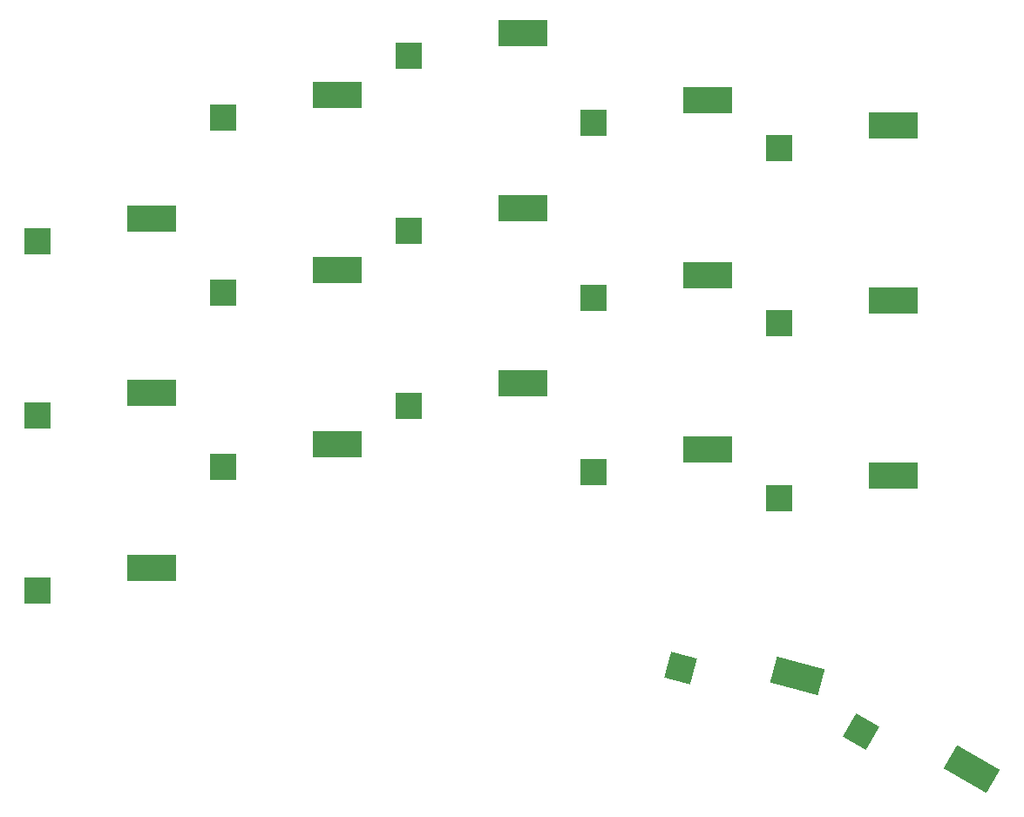
<source format=gtp>
G04 #@! TF.GenerationSoftware,KiCad,Pcbnew,7.0.2-0*
G04 #@! TF.CreationDate,2023-07-28T20:14:38+02:00*
G04 #@! TF.ProjectId,arkenswoop,61726b65-6e73-4776-9f6f-702e6b696361,0.6.1*
G04 #@! TF.SameCoordinates,Original*
G04 #@! TF.FileFunction,Paste,Top*
G04 #@! TF.FilePolarity,Positive*
%FSLAX46Y46*%
G04 Gerber Fmt 4.6, Leading zero omitted, Abs format (unit mm)*
G04 Created by KiCad (PCBNEW 7.0.2-0) date 2023-07-28 20:14:38*
%MOMM*%
%LPD*%
G01*
G04 APERTURE LIST*
G04 Aperture macros list*
%AMRotRect*
0 Rectangle, with rotation*
0 The origin of the aperture is its center*
0 $1 length*
0 $2 width*
0 $3 Rotation angle, in degrees counterclockwise*
0 Add horizontal line*
21,1,$1,$2,0,0,$3*%
G04 Aperture macros list end*
%ADD10R,4.800000X2.600000*%
%ADD11R,2.600000X2.600000*%
%ADD12RotRect,2.600000X4.800000X60.000000*%
%ADD13RotRect,2.600000X2.600000X60.000000*%
%ADD14RotRect,2.600000X4.800000X75.000000*%
%ADD15RotRect,2.600000X2.600000X75.000000*%
G04 APERTURE END LIST*
D10*
X114629546Y-106939471D03*
D11*
X103529546Y-109139471D03*
D12*
X158225098Y-144522386D03*
D13*
X147512216Y-140877642D03*
D10*
X78629542Y-124939972D03*
D11*
X67529542Y-127139972D03*
D10*
X132628544Y-96439470D03*
D11*
X121528544Y-98639470D03*
D10*
X150629546Y-98939475D03*
D11*
X139529546Y-101139475D03*
D10*
X78629542Y-90939972D03*
D11*
X67529542Y-93139972D03*
D10*
X96629547Y-112939974D03*
D11*
X85529547Y-115139974D03*
D10*
X114629543Y-72939473D03*
D11*
X103529543Y-75139473D03*
D10*
X150629546Y-81939472D03*
D11*
X139529546Y-84139472D03*
D10*
X78629542Y-107939972D03*
D11*
X67529542Y-110139972D03*
D10*
X132628544Y-113439471D03*
D11*
X121528544Y-115639471D03*
D10*
X96629547Y-95939968D03*
D11*
X85529547Y-98139968D03*
D10*
X132628547Y-79439475D03*
D11*
X121528547Y-81639475D03*
D14*
X141318808Y-135428358D03*
D15*
X130027629Y-134680504D03*
D10*
X114629546Y-89939470D03*
D11*
X103529546Y-92139470D03*
D10*
X150629549Y-115939469D03*
D11*
X139529549Y-118139469D03*
D10*
X96629545Y-78939973D03*
D11*
X85529545Y-81139973D03*
M02*

</source>
